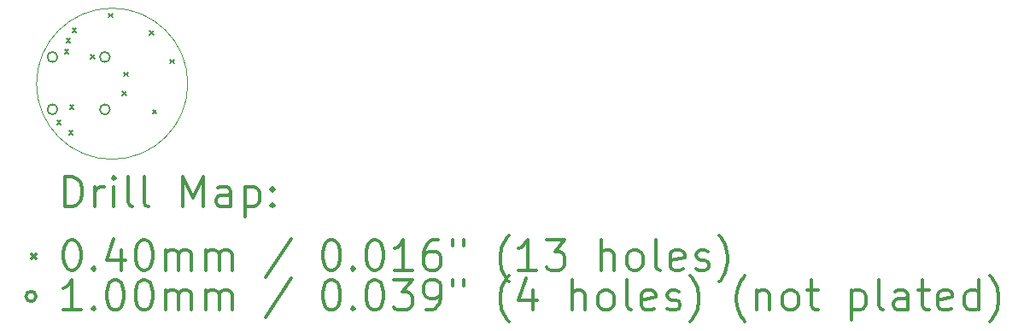
<source format=gbr>
%FSLAX45Y45*%
G04 Gerber Fmt 4.5, Leading zero omitted, Abs format (unit mm)*
G04 Created by KiCad (PCBNEW (5.1.0-1220-ga833aeeac)) date 2019-07-10 21:20:09*
%MOMM*%
%LPD*%
G04 APERTURE LIST*
%ADD10C,0.100000*%
%ADD11C,0.200000*%
%ADD12C,0.300000*%
G04 APERTURE END LIST*
D10*
X13850000Y-12850000D02*
G75*
G03X13850000Y-12850000I-750000J0D01*
G01*
D11*
X12553000Y-13213400D02*
X12593000Y-13253400D01*
X12593000Y-13213400D02*
X12553000Y-13253400D01*
X12627500Y-12510000D02*
X12667500Y-12550000D01*
X12667500Y-12510000D02*
X12627500Y-12550000D01*
X12645000Y-12400000D02*
X12685000Y-12440000D01*
X12685000Y-12400000D02*
X12645000Y-12440000D01*
X12670000Y-13317500D02*
X12710000Y-13357500D01*
X12710000Y-13317500D02*
X12670000Y-13357500D01*
X12680000Y-13061000D02*
X12720000Y-13101000D01*
X12720000Y-13061000D02*
X12680000Y-13101000D01*
X12705000Y-12297500D02*
X12745000Y-12337500D01*
X12745000Y-12297500D02*
X12705000Y-12337500D01*
X12887500Y-12560000D02*
X12927500Y-12600000D01*
X12927500Y-12560000D02*
X12887500Y-12600000D01*
X13062500Y-12152500D02*
X13102500Y-12192500D01*
X13102500Y-12152500D02*
X13062500Y-12192500D01*
X13197500Y-12927500D02*
X13237500Y-12967500D01*
X13237500Y-12927500D02*
X13197500Y-12967500D01*
X13215000Y-12735000D02*
X13255000Y-12775000D01*
X13255000Y-12735000D02*
X13215000Y-12775000D01*
X13470000Y-12322500D02*
X13510000Y-12362500D01*
X13510000Y-12322500D02*
X13470000Y-12362500D01*
X13500000Y-13107500D02*
X13540000Y-13147500D01*
X13540000Y-13107500D02*
X13500000Y-13147500D01*
X13675000Y-12610000D02*
X13715000Y-12650000D01*
X13715000Y-12610000D02*
X13675000Y-12650000D01*
X12557500Y-12585000D02*
G75*
G03X12557500Y-12585000I-50000J0D01*
G01*
X12557500Y-13105000D02*
G75*
G03X12557500Y-13105000I-50000J0D01*
G01*
X13077500Y-12585000D02*
G75*
G03X13077500Y-12585000I-50000J0D01*
G01*
X13077500Y-13105000D02*
G75*
G03X13077500Y-13105000I-50000J0D01*
G01*
D12*
X12631428Y-14070714D02*
X12631428Y-13770714D01*
X12702857Y-13770714D01*
X12745714Y-13785000D01*
X12774286Y-13813571D01*
X12788571Y-13842143D01*
X12802857Y-13899286D01*
X12802857Y-13942143D01*
X12788571Y-13999286D01*
X12774286Y-14027857D01*
X12745714Y-14056429D01*
X12702857Y-14070714D01*
X12631428Y-14070714D01*
X12931428Y-14070714D02*
X12931428Y-13870714D01*
X12931428Y-13927857D02*
X12945714Y-13899286D01*
X12960000Y-13885000D01*
X12988571Y-13870714D01*
X13017143Y-13870714D01*
X13117143Y-14070714D02*
X13117143Y-13870714D01*
X13117143Y-13770714D02*
X13102857Y-13785000D01*
X13117143Y-13799286D01*
X13131428Y-13785000D01*
X13117143Y-13770714D01*
X13117143Y-13799286D01*
X13302857Y-14070714D02*
X13274286Y-14056429D01*
X13260000Y-14027857D01*
X13260000Y-13770714D01*
X13460000Y-14070714D02*
X13431428Y-14056429D01*
X13417143Y-14027857D01*
X13417143Y-13770714D01*
X13802857Y-14070714D02*
X13802857Y-13770714D01*
X13902857Y-13985000D01*
X14002857Y-13770714D01*
X14002857Y-14070714D01*
X14274286Y-14070714D02*
X14274286Y-13913571D01*
X14260000Y-13885000D01*
X14231428Y-13870714D01*
X14174286Y-13870714D01*
X14145714Y-13885000D01*
X14274286Y-14056429D02*
X14245714Y-14070714D01*
X14174286Y-14070714D01*
X14145714Y-14056429D01*
X14131428Y-14027857D01*
X14131428Y-13999286D01*
X14145714Y-13970714D01*
X14174286Y-13956429D01*
X14245714Y-13956429D01*
X14274286Y-13942143D01*
X14417143Y-13870714D02*
X14417143Y-14170714D01*
X14417143Y-13885000D02*
X14445714Y-13870714D01*
X14502857Y-13870714D01*
X14531428Y-13885000D01*
X14545714Y-13899286D01*
X14560000Y-13927857D01*
X14560000Y-14013571D01*
X14545714Y-14042143D01*
X14531428Y-14056429D01*
X14502857Y-14070714D01*
X14445714Y-14070714D01*
X14417143Y-14056429D01*
X14688571Y-14042143D02*
X14702857Y-14056429D01*
X14688571Y-14070714D01*
X14674286Y-14056429D01*
X14688571Y-14042143D01*
X14688571Y-14070714D01*
X14688571Y-13885000D02*
X14702857Y-13899286D01*
X14688571Y-13913571D01*
X14674286Y-13899286D01*
X14688571Y-13885000D01*
X14688571Y-13913571D01*
X12305000Y-14545000D02*
X12345000Y-14585000D01*
X12345000Y-14545000D02*
X12305000Y-14585000D01*
X12688571Y-14400714D02*
X12717143Y-14400714D01*
X12745714Y-14415000D01*
X12760000Y-14429286D01*
X12774286Y-14457857D01*
X12788571Y-14515000D01*
X12788571Y-14586429D01*
X12774286Y-14643571D01*
X12760000Y-14672143D01*
X12745714Y-14686429D01*
X12717143Y-14700714D01*
X12688571Y-14700714D01*
X12660000Y-14686429D01*
X12645714Y-14672143D01*
X12631428Y-14643571D01*
X12617143Y-14586429D01*
X12617143Y-14515000D01*
X12631428Y-14457857D01*
X12645714Y-14429286D01*
X12660000Y-14415000D01*
X12688571Y-14400714D01*
X12917143Y-14672143D02*
X12931428Y-14686429D01*
X12917143Y-14700714D01*
X12902857Y-14686429D01*
X12917143Y-14672143D01*
X12917143Y-14700714D01*
X13188571Y-14500714D02*
X13188571Y-14700714D01*
X13117143Y-14386429D02*
X13045714Y-14600714D01*
X13231428Y-14600714D01*
X13402857Y-14400714D02*
X13431428Y-14400714D01*
X13460000Y-14415000D01*
X13474286Y-14429286D01*
X13488571Y-14457857D01*
X13502857Y-14515000D01*
X13502857Y-14586429D01*
X13488571Y-14643571D01*
X13474286Y-14672143D01*
X13460000Y-14686429D01*
X13431428Y-14700714D01*
X13402857Y-14700714D01*
X13374286Y-14686429D01*
X13360000Y-14672143D01*
X13345714Y-14643571D01*
X13331428Y-14586429D01*
X13331428Y-14515000D01*
X13345714Y-14457857D01*
X13360000Y-14429286D01*
X13374286Y-14415000D01*
X13402857Y-14400714D01*
X13631428Y-14700714D02*
X13631428Y-14500714D01*
X13631428Y-14529286D02*
X13645714Y-14515000D01*
X13674286Y-14500714D01*
X13717143Y-14500714D01*
X13745714Y-14515000D01*
X13760000Y-14543571D01*
X13760000Y-14700714D01*
X13760000Y-14543571D02*
X13774286Y-14515000D01*
X13802857Y-14500714D01*
X13845714Y-14500714D01*
X13874286Y-14515000D01*
X13888571Y-14543571D01*
X13888571Y-14700714D01*
X14031428Y-14700714D02*
X14031428Y-14500714D01*
X14031428Y-14529286D02*
X14045714Y-14515000D01*
X14074286Y-14500714D01*
X14117143Y-14500714D01*
X14145714Y-14515000D01*
X14160000Y-14543571D01*
X14160000Y-14700714D01*
X14160000Y-14543571D02*
X14174286Y-14515000D01*
X14202857Y-14500714D01*
X14245714Y-14500714D01*
X14274286Y-14515000D01*
X14288571Y-14543571D01*
X14288571Y-14700714D01*
X14874286Y-14386429D02*
X14617143Y-14772143D01*
X15260000Y-14400714D02*
X15288571Y-14400714D01*
X15317143Y-14415000D01*
X15331428Y-14429286D01*
X15345714Y-14457857D01*
X15360000Y-14515000D01*
X15360000Y-14586429D01*
X15345714Y-14643571D01*
X15331428Y-14672143D01*
X15317143Y-14686429D01*
X15288571Y-14700714D01*
X15260000Y-14700714D01*
X15231428Y-14686429D01*
X15217143Y-14672143D01*
X15202857Y-14643571D01*
X15188571Y-14586429D01*
X15188571Y-14515000D01*
X15202857Y-14457857D01*
X15217143Y-14429286D01*
X15231428Y-14415000D01*
X15260000Y-14400714D01*
X15488571Y-14672143D02*
X15502857Y-14686429D01*
X15488571Y-14700714D01*
X15474286Y-14686429D01*
X15488571Y-14672143D01*
X15488571Y-14700714D01*
X15688571Y-14400714D02*
X15717143Y-14400714D01*
X15745714Y-14415000D01*
X15760000Y-14429286D01*
X15774286Y-14457857D01*
X15788571Y-14515000D01*
X15788571Y-14586429D01*
X15774286Y-14643571D01*
X15760000Y-14672143D01*
X15745714Y-14686429D01*
X15717143Y-14700714D01*
X15688571Y-14700714D01*
X15660000Y-14686429D01*
X15645714Y-14672143D01*
X15631428Y-14643571D01*
X15617143Y-14586429D01*
X15617143Y-14515000D01*
X15631428Y-14457857D01*
X15645714Y-14429286D01*
X15660000Y-14415000D01*
X15688571Y-14400714D01*
X16074286Y-14700714D02*
X15902857Y-14700714D01*
X15988571Y-14700714D02*
X15988571Y-14400714D01*
X15960000Y-14443571D01*
X15931428Y-14472143D01*
X15902857Y-14486429D01*
X16331428Y-14400714D02*
X16274286Y-14400714D01*
X16245714Y-14415000D01*
X16231428Y-14429286D01*
X16202857Y-14472143D01*
X16188571Y-14529286D01*
X16188571Y-14643571D01*
X16202857Y-14672143D01*
X16217143Y-14686429D01*
X16245714Y-14700714D01*
X16302857Y-14700714D01*
X16331428Y-14686429D01*
X16345714Y-14672143D01*
X16360000Y-14643571D01*
X16360000Y-14572143D01*
X16345714Y-14543571D01*
X16331428Y-14529286D01*
X16302857Y-14515000D01*
X16245714Y-14515000D01*
X16217143Y-14529286D01*
X16202857Y-14543571D01*
X16188571Y-14572143D01*
X16474286Y-14400714D02*
X16474286Y-14457857D01*
X16588571Y-14400714D02*
X16588571Y-14457857D01*
X17031428Y-14815000D02*
X17017143Y-14800714D01*
X16988571Y-14757857D01*
X16974286Y-14729286D01*
X16960000Y-14686429D01*
X16945714Y-14615000D01*
X16945714Y-14557857D01*
X16960000Y-14486429D01*
X16974286Y-14443571D01*
X16988571Y-14415000D01*
X17017143Y-14372143D01*
X17031428Y-14357857D01*
X17302857Y-14700714D02*
X17131428Y-14700714D01*
X17217143Y-14700714D02*
X17217143Y-14400714D01*
X17188571Y-14443571D01*
X17160000Y-14472143D01*
X17131428Y-14486429D01*
X17402857Y-14400714D02*
X17588571Y-14400714D01*
X17488571Y-14515000D01*
X17531428Y-14515000D01*
X17560000Y-14529286D01*
X17574286Y-14543571D01*
X17588571Y-14572143D01*
X17588571Y-14643571D01*
X17574286Y-14672143D01*
X17560000Y-14686429D01*
X17531428Y-14700714D01*
X17445714Y-14700714D01*
X17417143Y-14686429D01*
X17402857Y-14672143D01*
X17945714Y-14700714D02*
X17945714Y-14400714D01*
X18074286Y-14700714D02*
X18074286Y-14543571D01*
X18060000Y-14515000D01*
X18031428Y-14500714D01*
X17988571Y-14500714D01*
X17960000Y-14515000D01*
X17945714Y-14529286D01*
X18260000Y-14700714D02*
X18231428Y-14686429D01*
X18217143Y-14672143D01*
X18202857Y-14643571D01*
X18202857Y-14557857D01*
X18217143Y-14529286D01*
X18231428Y-14515000D01*
X18260000Y-14500714D01*
X18302857Y-14500714D01*
X18331428Y-14515000D01*
X18345714Y-14529286D01*
X18360000Y-14557857D01*
X18360000Y-14643571D01*
X18345714Y-14672143D01*
X18331428Y-14686429D01*
X18302857Y-14700714D01*
X18260000Y-14700714D01*
X18531428Y-14700714D02*
X18502857Y-14686429D01*
X18488571Y-14657857D01*
X18488571Y-14400714D01*
X18760000Y-14686429D02*
X18731428Y-14700714D01*
X18674286Y-14700714D01*
X18645714Y-14686429D01*
X18631428Y-14657857D01*
X18631428Y-14543571D01*
X18645714Y-14515000D01*
X18674286Y-14500714D01*
X18731428Y-14500714D01*
X18760000Y-14515000D01*
X18774286Y-14543571D01*
X18774286Y-14572143D01*
X18631428Y-14600714D01*
X18888571Y-14686429D02*
X18917143Y-14700714D01*
X18974286Y-14700714D01*
X19002857Y-14686429D01*
X19017143Y-14657857D01*
X19017143Y-14643571D01*
X19002857Y-14615000D01*
X18974286Y-14600714D01*
X18931428Y-14600714D01*
X18902857Y-14586429D01*
X18888571Y-14557857D01*
X18888571Y-14543571D01*
X18902857Y-14515000D01*
X18931428Y-14500714D01*
X18974286Y-14500714D01*
X19002857Y-14515000D01*
X19117143Y-14815000D02*
X19131428Y-14800714D01*
X19160000Y-14757857D01*
X19174286Y-14729286D01*
X19188571Y-14686429D01*
X19202857Y-14615000D01*
X19202857Y-14557857D01*
X19188571Y-14486429D01*
X19174286Y-14443571D01*
X19160000Y-14415000D01*
X19131428Y-14372143D01*
X19117143Y-14357857D01*
X12345000Y-14961000D02*
G75*
G03X12345000Y-14961000I-50000J0D01*
G01*
X12788571Y-15096714D02*
X12617143Y-15096714D01*
X12702857Y-15096714D02*
X12702857Y-14796714D01*
X12674286Y-14839571D01*
X12645714Y-14868143D01*
X12617143Y-14882429D01*
X12917143Y-15068143D02*
X12931428Y-15082429D01*
X12917143Y-15096714D01*
X12902857Y-15082429D01*
X12917143Y-15068143D01*
X12917143Y-15096714D01*
X13117143Y-14796714D02*
X13145714Y-14796714D01*
X13174286Y-14811000D01*
X13188571Y-14825286D01*
X13202857Y-14853857D01*
X13217143Y-14911000D01*
X13217143Y-14982429D01*
X13202857Y-15039571D01*
X13188571Y-15068143D01*
X13174286Y-15082429D01*
X13145714Y-15096714D01*
X13117143Y-15096714D01*
X13088571Y-15082429D01*
X13074286Y-15068143D01*
X13060000Y-15039571D01*
X13045714Y-14982429D01*
X13045714Y-14911000D01*
X13060000Y-14853857D01*
X13074286Y-14825286D01*
X13088571Y-14811000D01*
X13117143Y-14796714D01*
X13402857Y-14796714D02*
X13431428Y-14796714D01*
X13460000Y-14811000D01*
X13474286Y-14825286D01*
X13488571Y-14853857D01*
X13502857Y-14911000D01*
X13502857Y-14982429D01*
X13488571Y-15039571D01*
X13474286Y-15068143D01*
X13460000Y-15082429D01*
X13431428Y-15096714D01*
X13402857Y-15096714D01*
X13374286Y-15082429D01*
X13360000Y-15068143D01*
X13345714Y-15039571D01*
X13331428Y-14982429D01*
X13331428Y-14911000D01*
X13345714Y-14853857D01*
X13360000Y-14825286D01*
X13374286Y-14811000D01*
X13402857Y-14796714D01*
X13631428Y-15096714D02*
X13631428Y-14896714D01*
X13631428Y-14925286D02*
X13645714Y-14911000D01*
X13674286Y-14896714D01*
X13717143Y-14896714D01*
X13745714Y-14911000D01*
X13760000Y-14939571D01*
X13760000Y-15096714D01*
X13760000Y-14939571D02*
X13774286Y-14911000D01*
X13802857Y-14896714D01*
X13845714Y-14896714D01*
X13874286Y-14911000D01*
X13888571Y-14939571D01*
X13888571Y-15096714D01*
X14031428Y-15096714D02*
X14031428Y-14896714D01*
X14031428Y-14925286D02*
X14045714Y-14911000D01*
X14074286Y-14896714D01*
X14117143Y-14896714D01*
X14145714Y-14911000D01*
X14160000Y-14939571D01*
X14160000Y-15096714D01*
X14160000Y-14939571D02*
X14174286Y-14911000D01*
X14202857Y-14896714D01*
X14245714Y-14896714D01*
X14274286Y-14911000D01*
X14288571Y-14939571D01*
X14288571Y-15096714D01*
X14874286Y-14782429D02*
X14617143Y-15168143D01*
X15260000Y-14796714D02*
X15288571Y-14796714D01*
X15317143Y-14811000D01*
X15331428Y-14825286D01*
X15345714Y-14853857D01*
X15360000Y-14911000D01*
X15360000Y-14982429D01*
X15345714Y-15039571D01*
X15331428Y-15068143D01*
X15317143Y-15082429D01*
X15288571Y-15096714D01*
X15260000Y-15096714D01*
X15231428Y-15082429D01*
X15217143Y-15068143D01*
X15202857Y-15039571D01*
X15188571Y-14982429D01*
X15188571Y-14911000D01*
X15202857Y-14853857D01*
X15217143Y-14825286D01*
X15231428Y-14811000D01*
X15260000Y-14796714D01*
X15488571Y-15068143D02*
X15502857Y-15082429D01*
X15488571Y-15096714D01*
X15474286Y-15082429D01*
X15488571Y-15068143D01*
X15488571Y-15096714D01*
X15688571Y-14796714D02*
X15717143Y-14796714D01*
X15745714Y-14811000D01*
X15760000Y-14825286D01*
X15774286Y-14853857D01*
X15788571Y-14911000D01*
X15788571Y-14982429D01*
X15774286Y-15039571D01*
X15760000Y-15068143D01*
X15745714Y-15082429D01*
X15717143Y-15096714D01*
X15688571Y-15096714D01*
X15660000Y-15082429D01*
X15645714Y-15068143D01*
X15631428Y-15039571D01*
X15617143Y-14982429D01*
X15617143Y-14911000D01*
X15631428Y-14853857D01*
X15645714Y-14825286D01*
X15660000Y-14811000D01*
X15688571Y-14796714D01*
X15888571Y-14796714D02*
X16074286Y-14796714D01*
X15974286Y-14911000D01*
X16017143Y-14911000D01*
X16045714Y-14925286D01*
X16060000Y-14939571D01*
X16074286Y-14968143D01*
X16074286Y-15039571D01*
X16060000Y-15068143D01*
X16045714Y-15082429D01*
X16017143Y-15096714D01*
X15931428Y-15096714D01*
X15902857Y-15082429D01*
X15888571Y-15068143D01*
X16217143Y-15096714D02*
X16274286Y-15096714D01*
X16302857Y-15082429D01*
X16317143Y-15068143D01*
X16345714Y-15025286D01*
X16360000Y-14968143D01*
X16360000Y-14853857D01*
X16345714Y-14825286D01*
X16331428Y-14811000D01*
X16302857Y-14796714D01*
X16245714Y-14796714D01*
X16217143Y-14811000D01*
X16202857Y-14825286D01*
X16188571Y-14853857D01*
X16188571Y-14925286D01*
X16202857Y-14953857D01*
X16217143Y-14968143D01*
X16245714Y-14982429D01*
X16302857Y-14982429D01*
X16331428Y-14968143D01*
X16345714Y-14953857D01*
X16360000Y-14925286D01*
X16474286Y-14796714D02*
X16474286Y-14853857D01*
X16588571Y-14796714D02*
X16588571Y-14853857D01*
X17031428Y-15211000D02*
X17017143Y-15196714D01*
X16988571Y-15153857D01*
X16974286Y-15125286D01*
X16960000Y-15082429D01*
X16945714Y-15011000D01*
X16945714Y-14953857D01*
X16960000Y-14882429D01*
X16974286Y-14839571D01*
X16988571Y-14811000D01*
X17017143Y-14768143D01*
X17031428Y-14753857D01*
X17274286Y-14896714D02*
X17274286Y-15096714D01*
X17202857Y-14782429D02*
X17131428Y-14996714D01*
X17317143Y-14996714D01*
X17660000Y-15096714D02*
X17660000Y-14796714D01*
X17788571Y-15096714D02*
X17788571Y-14939571D01*
X17774286Y-14911000D01*
X17745714Y-14896714D01*
X17702857Y-14896714D01*
X17674286Y-14911000D01*
X17660000Y-14925286D01*
X17974286Y-15096714D02*
X17945714Y-15082429D01*
X17931428Y-15068143D01*
X17917143Y-15039571D01*
X17917143Y-14953857D01*
X17931428Y-14925286D01*
X17945714Y-14911000D01*
X17974286Y-14896714D01*
X18017143Y-14896714D01*
X18045714Y-14911000D01*
X18060000Y-14925286D01*
X18074286Y-14953857D01*
X18074286Y-15039571D01*
X18060000Y-15068143D01*
X18045714Y-15082429D01*
X18017143Y-15096714D01*
X17974286Y-15096714D01*
X18245714Y-15096714D02*
X18217143Y-15082429D01*
X18202857Y-15053857D01*
X18202857Y-14796714D01*
X18474286Y-15082429D02*
X18445714Y-15096714D01*
X18388571Y-15096714D01*
X18360000Y-15082429D01*
X18345714Y-15053857D01*
X18345714Y-14939571D01*
X18360000Y-14911000D01*
X18388571Y-14896714D01*
X18445714Y-14896714D01*
X18474286Y-14911000D01*
X18488571Y-14939571D01*
X18488571Y-14968143D01*
X18345714Y-14996714D01*
X18602857Y-15082429D02*
X18631428Y-15096714D01*
X18688571Y-15096714D01*
X18717143Y-15082429D01*
X18731428Y-15053857D01*
X18731428Y-15039571D01*
X18717143Y-15011000D01*
X18688571Y-14996714D01*
X18645714Y-14996714D01*
X18617143Y-14982429D01*
X18602857Y-14953857D01*
X18602857Y-14939571D01*
X18617143Y-14911000D01*
X18645714Y-14896714D01*
X18688571Y-14896714D01*
X18717143Y-14911000D01*
X18831428Y-15211000D02*
X18845714Y-15196714D01*
X18874286Y-15153857D01*
X18888571Y-15125286D01*
X18902857Y-15082429D01*
X18917143Y-15011000D01*
X18917143Y-14953857D01*
X18902857Y-14882429D01*
X18888571Y-14839571D01*
X18874286Y-14811000D01*
X18845714Y-14768143D01*
X18831428Y-14753857D01*
X19374286Y-15211000D02*
X19360000Y-15196714D01*
X19331428Y-15153857D01*
X19317143Y-15125286D01*
X19302857Y-15082429D01*
X19288571Y-15011000D01*
X19288571Y-14953857D01*
X19302857Y-14882429D01*
X19317143Y-14839571D01*
X19331428Y-14811000D01*
X19360000Y-14768143D01*
X19374286Y-14753857D01*
X19488571Y-14896714D02*
X19488571Y-15096714D01*
X19488571Y-14925286D02*
X19502857Y-14911000D01*
X19531428Y-14896714D01*
X19574286Y-14896714D01*
X19602857Y-14911000D01*
X19617143Y-14939571D01*
X19617143Y-15096714D01*
X19802857Y-15096714D02*
X19774286Y-15082429D01*
X19760000Y-15068143D01*
X19745714Y-15039571D01*
X19745714Y-14953857D01*
X19760000Y-14925286D01*
X19774286Y-14911000D01*
X19802857Y-14896714D01*
X19845714Y-14896714D01*
X19874286Y-14911000D01*
X19888571Y-14925286D01*
X19902857Y-14953857D01*
X19902857Y-15039571D01*
X19888571Y-15068143D01*
X19874286Y-15082429D01*
X19845714Y-15096714D01*
X19802857Y-15096714D01*
X19988571Y-14896714D02*
X20102857Y-14896714D01*
X20031428Y-14796714D02*
X20031428Y-15053857D01*
X20045714Y-15082429D01*
X20074286Y-15096714D01*
X20102857Y-15096714D01*
X20431428Y-14896714D02*
X20431428Y-15196714D01*
X20431428Y-14911000D02*
X20460000Y-14896714D01*
X20517143Y-14896714D01*
X20545714Y-14911000D01*
X20560000Y-14925286D01*
X20574286Y-14953857D01*
X20574286Y-15039571D01*
X20560000Y-15068143D01*
X20545714Y-15082429D01*
X20517143Y-15096714D01*
X20460000Y-15096714D01*
X20431428Y-15082429D01*
X20745714Y-15096714D02*
X20717143Y-15082429D01*
X20702857Y-15053857D01*
X20702857Y-14796714D01*
X20988571Y-15096714D02*
X20988571Y-14939571D01*
X20974286Y-14911000D01*
X20945714Y-14896714D01*
X20888571Y-14896714D01*
X20860000Y-14911000D01*
X20988571Y-15082429D02*
X20960000Y-15096714D01*
X20888571Y-15096714D01*
X20860000Y-15082429D01*
X20845714Y-15053857D01*
X20845714Y-15025286D01*
X20860000Y-14996714D01*
X20888571Y-14982429D01*
X20960000Y-14982429D01*
X20988571Y-14968143D01*
X21088571Y-14896714D02*
X21202857Y-14896714D01*
X21131428Y-14796714D02*
X21131428Y-15053857D01*
X21145714Y-15082429D01*
X21174286Y-15096714D01*
X21202857Y-15096714D01*
X21417143Y-15082429D02*
X21388571Y-15096714D01*
X21331428Y-15096714D01*
X21302857Y-15082429D01*
X21288571Y-15053857D01*
X21288571Y-14939571D01*
X21302857Y-14911000D01*
X21331428Y-14896714D01*
X21388571Y-14896714D01*
X21417143Y-14911000D01*
X21431428Y-14939571D01*
X21431428Y-14968143D01*
X21288571Y-14996714D01*
X21688571Y-15096714D02*
X21688571Y-14796714D01*
X21688571Y-15082429D02*
X21660000Y-15096714D01*
X21602857Y-15096714D01*
X21574286Y-15082429D01*
X21560000Y-15068143D01*
X21545714Y-15039571D01*
X21545714Y-14953857D01*
X21560000Y-14925286D01*
X21574286Y-14911000D01*
X21602857Y-14896714D01*
X21660000Y-14896714D01*
X21688571Y-14911000D01*
X21802857Y-15211000D02*
X21817143Y-15196714D01*
X21845714Y-15153857D01*
X21860000Y-15125286D01*
X21874286Y-15082429D01*
X21888571Y-15011000D01*
X21888571Y-14953857D01*
X21874286Y-14882429D01*
X21860000Y-14839571D01*
X21845714Y-14811000D01*
X21817143Y-14768143D01*
X21802857Y-14753857D01*
M02*

</source>
